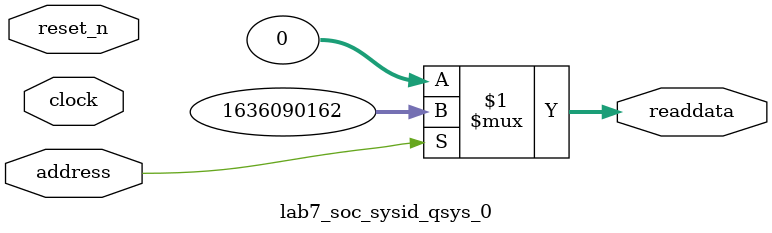
<source format=v>



// synthesis translate_off
`timescale 1ns / 1ps
// synthesis translate_on

// turn off superfluous verilog processor warnings 
// altera message_level Level1 
// altera message_off 10034 10035 10036 10037 10230 10240 10030 

module lab7_soc_sysid_qsys_0 (
               // inputs:
                address,
                clock,
                reset_n,

               // outputs:
                readdata
             )
;

  output  [ 31: 0] readdata;
  input            address;
  input            clock;
  input            reset_n;

  wire    [ 31: 0] readdata;
  //control_slave, which is an e_avalon_slave
  assign readdata = address ? 1636090162 : 0;

endmodule



</source>
